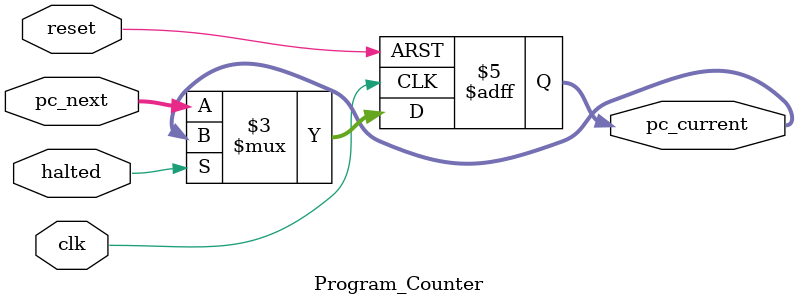
<source format=sv>
module Program_Counter (
    input  logic        clk,
    input  logic        reset,
    input  logic [63:0] pc_next,
    input  logic        halted,
    output logic [63:0] pc_current
);
    always_ff @(posedge clk or posedge reset) begin
        if (reset)
            pc_current <= 64'h0000000000000000;
        else if (!halted)
            pc_current <= pc_next;
    end
endmodule

</source>
